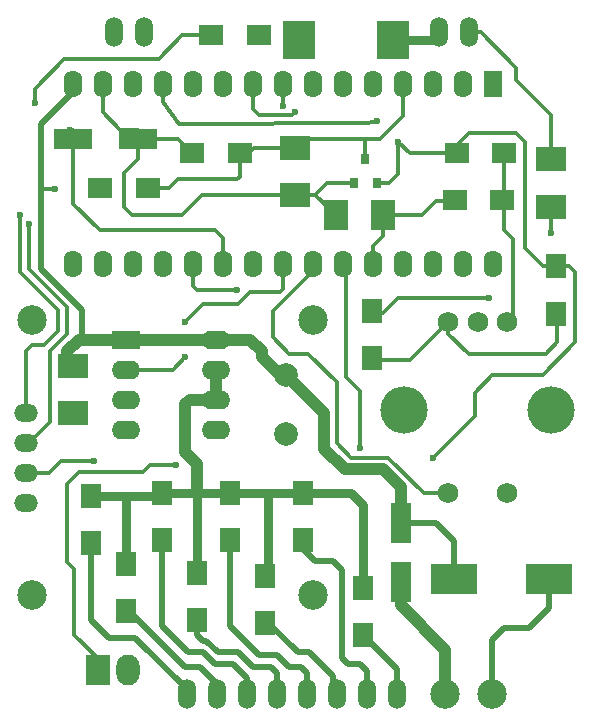
<source format=gbr>
G04 #@! TF.FileFunction,Copper,L1,Top,Signal*
%FSLAX46Y46*%
G04 Gerber Fmt 4.6, Leading zero omitted, Abs format (unit mm)*
G04 Created by KiCad (PCBNEW 4.0.4-stable) date 09/01/17 08:26:27*
%MOMM*%
%LPD*%
G01*
G04 APERTURE LIST*
%ADD10C,0.100000*%
%ADD11R,1.574800X2.286000*%
%ADD12O,1.574800X2.286000*%
%ADD13O,2.000000X1.524000*%
%ADD14C,2.500000*%
%ADD15C,2.000000*%
%ADD16R,2.400000X1.600000*%
%ADD17O,2.400000X1.600000*%
%ADD18O,1.520000X2.520000*%
%ADD19R,1.700000X2.000000*%
%ADD20C,2.499360*%
%ADD21R,2.500000X2.000000*%
%ADD22R,1.800000X3.500000*%
%ADD23R,3.300000X1.700000*%
%ADD24R,2.000000X2.500000*%
%ADD25C,1.750000*%
%ADD26O,4.000000X4.000000*%
%ADD27R,4.000000X2.500000*%
%ADD28R,0.800000X0.900000*%
%ADD29R,2.000000X2.600000*%
%ADD30O,2.000000X2.600000*%
%ADD31R,2.700000X3.200000*%
%ADD32R,2.000000X1.700000*%
%ADD33C,0.600000*%
%ADD34C,0.500000*%
%ADD35C,1.000000*%
%ADD36C,0.350000*%
%ADD37C,0.250000*%
%ADD38C,0.750000*%
G04 APERTURE END LIST*
D10*
D11*
X112050000Y-76380000D03*
D12*
X109510000Y-76380000D03*
X106970000Y-76380000D03*
X104430000Y-76380000D03*
X101890000Y-76380000D03*
X99350000Y-76380000D03*
X96810000Y-76380000D03*
X94270000Y-76380000D03*
X91730000Y-76380000D03*
X89190000Y-76380000D03*
X86650000Y-76380000D03*
X84110000Y-76380000D03*
X81570000Y-76380000D03*
X79030000Y-76380000D03*
X76490000Y-76380000D03*
X76490000Y-91620000D03*
X79030000Y-91620000D03*
X81570000Y-91620000D03*
X84110000Y-91620000D03*
X86650000Y-91620000D03*
X89190000Y-91620000D03*
X91730000Y-91620000D03*
X94270000Y-91620000D03*
X96810000Y-91620000D03*
X99350000Y-91620000D03*
X101890000Y-91620000D03*
X104430000Y-91620000D03*
X106970000Y-91620000D03*
X109510000Y-91620000D03*
X112050000Y-91620000D03*
D13*
X72500000Y-111810000D03*
X72500000Y-109270000D03*
X72500000Y-106730000D03*
X72500000Y-104190000D03*
D14*
X96800000Y-119650000D03*
X73000000Y-119650000D03*
X73000000Y-96350000D03*
X96800000Y-96350000D03*
D15*
X94500000Y-101000000D03*
X94500000Y-106000000D03*
D16*
X81000000Y-98000000D03*
D17*
X88620000Y-105620000D03*
X81000000Y-100540000D03*
X88620000Y-103080000D03*
X81000000Y-103080000D03*
X88620000Y-100540000D03*
X81000000Y-105620000D03*
X88620000Y-98000000D03*
D18*
X80000000Y-72000000D03*
X82540000Y-72000000D03*
X110000000Y-72000000D03*
X107460000Y-72000000D03*
D19*
X78000000Y-115250000D03*
X78000000Y-111250000D03*
X81000000Y-121000000D03*
X81000000Y-117000000D03*
X84000000Y-115000000D03*
X84000000Y-111000000D03*
X87000000Y-121750000D03*
X87000000Y-117750000D03*
X89750000Y-115000000D03*
X89750000Y-111000000D03*
X92750000Y-122000000D03*
X92750000Y-118000000D03*
X96000000Y-115000000D03*
X96000000Y-111000000D03*
X101000000Y-123000000D03*
X101000000Y-119000000D03*
D20*
X112000000Y-128000000D03*
X108000000Y-128000000D03*
D18*
X86100000Y-128000000D03*
X88640000Y-128000000D03*
X91180000Y-128000000D03*
X93720000Y-128000000D03*
X96260000Y-128000000D03*
X98800000Y-128000000D03*
X101340000Y-128000000D03*
X103880000Y-128000000D03*
D21*
X76500000Y-100250000D03*
X76500000Y-104250000D03*
D22*
X104250000Y-113500000D03*
X104250000Y-118500000D03*
D23*
X76500000Y-81000000D03*
X82000000Y-81000000D03*
D21*
X117000000Y-86750000D03*
X117000000Y-82750000D03*
D24*
X102750000Y-87500000D03*
X98750000Y-87500000D03*
D25*
X113250000Y-96500000D03*
X108250000Y-96500000D03*
X110750000Y-96500000D03*
X108250000Y-111000000D03*
X113250000Y-111000000D03*
D26*
X104550000Y-104000000D03*
X116950000Y-104000000D03*
D27*
X108750000Y-118250000D03*
X116750000Y-118250000D03*
D21*
X95250000Y-85750000D03*
X95250000Y-81750000D03*
D28*
X100300000Y-84750000D03*
X102200000Y-84750000D03*
X101250000Y-82750000D03*
D29*
X78600000Y-126000000D03*
D30*
X81140000Y-126000000D03*
D31*
X103550000Y-72600000D03*
X95650000Y-72600000D03*
D32*
X92200000Y-72200000D03*
X88200000Y-72200000D03*
X86600000Y-82200000D03*
X90600000Y-82200000D03*
X82800000Y-85200000D03*
X78800000Y-85200000D03*
X109000000Y-82200000D03*
X113000000Y-82200000D03*
X108800000Y-86200000D03*
X112800000Y-86200000D03*
D19*
X101800000Y-95600000D03*
X101800000Y-99600000D03*
X117400000Y-95800000D03*
X117400000Y-91800000D03*
D33*
X75000000Y-85250000D03*
X78750000Y-85250000D03*
X95000000Y-73600000D03*
X96000000Y-73600000D03*
X96000000Y-72600000D03*
X95000000Y-72600000D03*
X77250000Y-104250000D03*
X75750000Y-104250000D03*
X85200000Y-108600000D03*
X100800000Y-107200000D03*
X104000000Y-81250000D03*
X102250000Y-79500000D03*
X78250000Y-108250000D03*
X107000000Y-108000000D03*
X86000000Y-96500000D03*
X86000000Y-99500000D03*
X73250000Y-78000000D03*
X76250000Y-80250000D03*
X103750000Y-72600000D03*
X92400000Y-72200000D03*
X72750000Y-88250000D03*
X95250000Y-78750000D03*
X94250000Y-78250000D03*
X72000000Y-87500000D03*
X101800000Y-95400000D03*
X90400000Y-93800000D03*
X111750000Y-94500000D03*
X117000000Y-89000000D03*
D34*
X108750000Y-118250000D02*
X108750000Y-115050000D01*
X107200000Y-113500000D02*
X104250000Y-113500000D01*
X108750000Y-115050000D02*
X107200000Y-113500000D01*
X76490000Y-76380000D02*
X76490000Y-77010000D01*
X76490000Y-77010000D02*
X73750000Y-79750000D01*
X73750000Y-79750000D02*
X73750000Y-85250000D01*
X73750000Y-85250000D02*
X73750000Y-92000000D01*
X73750000Y-92000000D02*
X77250000Y-95500000D01*
X77250000Y-95500000D02*
X77250000Y-98000000D01*
D35*
X104250000Y-113500000D02*
X104250000Y-110500000D01*
X97750000Y-104250000D02*
X94500000Y-101000000D01*
X97750000Y-107250000D02*
X97750000Y-104250000D01*
X99500000Y-109000000D02*
X97750000Y-107250000D01*
X102750000Y-109000000D02*
X99500000Y-109000000D01*
X104250000Y-110500000D02*
X102750000Y-109000000D01*
X104500000Y-113250000D02*
X104250000Y-113500000D01*
X76000000Y-99000000D02*
X76000000Y-100250000D01*
X76000000Y-100500000D02*
X76000000Y-99000000D01*
X81000000Y-98000000D02*
X77250000Y-98000000D01*
X77250000Y-98000000D02*
X77000000Y-98000000D01*
X77000000Y-98000000D02*
X76000000Y-99000000D01*
X88620000Y-98000000D02*
X81000000Y-98000000D01*
X95000000Y-101000000D02*
X94000000Y-101000000D01*
X94000000Y-101000000D02*
X92500000Y-99500000D01*
X91500000Y-98000000D02*
X88620000Y-98000000D01*
X92500000Y-99000000D02*
X91500000Y-98000000D01*
X92500000Y-99500000D02*
X92500000Y-99000000D01*
D36*
X73750000Y-85250000D02*
X75000000Y-85250000D01*
D34*
X116750000Y-118250000D02*
X116750000Y-120750000D01*
X112000000Y-123400000D02*
X112000000Y-128000000D01*
X113000000Y-122400000D02*
X112000000Y-123400000D01*
X115100000Y-122400000D02*
X113000000Y-122400000D01*
X116750000Y-120750000D02*
X115100000Y-122400000D01*
D36*
X95250000Y-85750000D02*
X87450000Y-85750000D01*
X82000000Y-82700000D02*
X82000000Y-81000000D01*
X80800000Y-83900000D02*
X82000000Y-82700000D01*
X80800000Y-86800000D02*
X80800000Y-83900000D01*
X81500000Y-87500000D02*
X80800000Y-86800000D01*
X85700000Y-87500000D02*
X81500000Y-87500000D01*
X87450000Y-85750000D02*
X85700000Y-87500000D01*
X82000000Y-81000000D02*
X85400000Y-81000000D01*
X85400000Y-81000000D02*
X86600000Y-82200000D01*
D37*
X95000000Y-73600000D02*
X95950000Y-72600000D01*
X95950000Y-72600000D02*
X96000000Y-72600000D01*
X96000000Y-73600000D02*
X96050000Y-73550000D01*
X95000000Y-72600000D02*
X96000000Y-72600000D01*
D36*
X84000000Y-91510000D02*
X84110000Y-91620000D01*
X97000000Y-85750000D02*
X97500000Y-85250000D01*
X98000000Y-84750000D02*
X100300000Y-84750000D01*
X97500000Y-85250000D02*
X98000000Y-84750000D01*
X95250000Y-85750000D02*
X97000000Y-85750000D01*
X97000000Y-85750000D02*
X98750000Y-87500000D01*
X117000000Y-82750000D02*
X117000000Y-79000000D01*
X111000000Y-72000000D02*
X110000000Y-72000000D01*
X114000000Y-75000000D02*
X111000000Y-72000000D01*
X114000000Y-76000000D02*
X114000000Y-75000000D01*
X117000000Y-79000000D02*
X114000000Y-76000000D01*
X82000000Y-81500000D02*
X82000000Y-80250000D01*
X82000000Y-80250000D02*
X80500000Y-80250000D01*
X80500000Y-80250000D02*
X79030000Y-78780000D01*
X79030000Y-78780000D02*
X79030000Y-76380000D01*
D35*
X77250000Y-104250000D02*
X77200000Y-104200000D01*
X77200000Y-104200000D02*
X77050000Y-104200000D01*
D36*
X81000000Y-105620000D02*
X80880000Y-105620000D01*
D35*
X104250000Y-118500000D02*
X104250000Y-120500000D01*
X108000000Y-124250000D02*
X108000000Y-128000000D01*
X104250000Y-120500000D02*
X108000000Y-124250000D01*
D36*
X102750000Y-87500000D02*
X106000000Y-87500000D01*
X106000000Y-87500000D02*
X107250000Y-86250000D01*
X102750000Y-87500000D02*
X102750000Y-89250000D01*
X101890000Y-90110000D02*
X101890000Y-91620000D01*
X102750000Y-89250000D02*
X101890000Y-90110000D01*
X107250000Y-86250000D02*
X109000000Y-86250000D01*
X78600000Y-126000000D02*
X78600000Y-125000000D01*
X78600000Y-125000000D02*
X76600000Y-123000000D01*
X76600000Y-123000000D02*
X76600000Y-117400000D01*
X76600000Y-117400000D02*
X76000000Y-116800000D01*
X76000000Y-116800000D02*
X76000000Y-110200000D01*
X76000000Y-110200000D02*
X77000000Y-109200000D01*
X77000000Y-109200000D02*
X82400000Y-109200000D01*
X82400000Y-109200000D02*
X83000000Y-108600000D01*
X83000000Y-108600000D02*
X85200000Y-108600000D01*
X100800000Y-107200000D02*
X100800000Y-102400000D01*
X100800000Y-102400000D02*
X99600000Y-101200000D01*
X99600000Y-101200000D02*
X99600000Y-91870000D01*
X99600000Y-91870000D02*
X99350000Y-91620000D01*
X96810000Y-91620000D02*
X96810000Y-92190000D01*
X96810000Y-92190000D02*
X93400000Y-95600000D01*
X93400000Y-95600000D02*
X93400000Y-97800000D01*
X93400000Y-97800000D02*
X94800000Y-99200000D01*
X94800000Y-99200000D02*
X96400000Y-99200000D01*
X96400000Y-99200000D02*
X98800000Y-101600000D01*
X98800000Y-101600000D02*
X98800000Y-106800000D01*
X98800000Y-106800000D02*
X100000000Y-108000000D01*
X100000000Y-108000000D02*
X103200000Y-108000000D01*
X103200000Y-108000000D02*
X106200000Y-111000000D01*
X106200000Y-111000000D02*
X108250000Y-111000000D01*
X107500000Y-111000000D02*
X108250000Y-111000000D01*
X109000000Y-82250000D02*
X109000000Y-81500000D01*
X109000000Y-81500000D02*
X110000000Y-80500000D01*
X110000000Y-80500000D02*
X114000000Y-80500000D01*
X109000000Y-82250000D02*
X105000000Y-82250000D01*
X105000000Y-82250000D02*
X104000000Y-81250000D01*
X104000000Y-84000000D02*
X104000000Y-81250000D01*
X114000000Y-80500000D02*
X114750000Y-81250000D01*
X103250000Y-84750000D02*
X104000000Y-84000000D01*
X114750000Y-81250000D02*
X114750000Y-90250000D01*
X114750000Y-90250000D02*
X116250000Y-91750000D01*
X102250000Y-79500000D02*
X101500559Y-79706757D01*
X101500559Y-79706757D02*
X85500000Y-79750000D01*
X85500000Y-79750000D02*
X84110000Y-77860000D01*
X84110000Y-77860000D02*
X84110000Y-76380000D01*
X84110000Y-76380000D02*
X84110000Y-75610000D01*
X117500000Y-91750000D02*
X118500000Y-91750000D01*
X74480000Y-109270000D02*
X72500000Y-109270000D01*
X75500000Y-108250000D02*
X74480000Y-109270000D01*
X78250000Y-108250000D02*
X75500000Y-108250000D01*
X110500000Y-104500000D02*
X107000000Y-108000000D01*
X110500000Y-102500000D02*
X110500000Y-104500000D01*
X112000000Y-101000000D02*
X110500000Y-102500000D01*
X116250000Y-101000000D02*
X112000000Y-101000000D01*
X119000000Y-98250000D02*
X116250000Y-101000000D01*
X119000000Y-92250000D02*
X119000000Y-98250000D01*
X118500000Y-91750000D02*
X119000000Y-92250000D01*
X116250000Y-91750000D02*
X117500000Y-91750000D01*
X102200000Y-84750000D02*
X103250000Y-84750000D01*
D34*
X78000000Y-115250000D02*
X78000000Y-121750000D01*
X81750000Y-123250000D02*
X86100000Y-127600000D01*
X79500000Y-123250000D02*
X81750000Y-123250000D01*
X78000000Y-121750000D02*
X79500000Y-123250000D01*
X86100000Y-127600000D02*
X86100000Y-128000000D01*
X86100000Y-128000000D02*
X86100000Y-127600000D01*
X81000000Y-121000000D02*
X81250000Y-121000000D01*
X81250000Y-121000000D02*
X86000000Y-125750000D01*
X86000000Y-125750000D02*
X87250000Y-125750000D01*
X87250000Y-125750000D02*
X88640000Y-127140000D01*
X88640000Y-127140000D02*
X88640000Y-128000000D01*
X88640000Y-127140000D02*
X88640000Y-128000000D01*
X84000000Y-115000000D02*
X84000000Y-122250000D01*
X91180000Y-126680000D02*
X91180000Y-128000000D01*
X90000000Y-125500000D02*
X91180000Y-126680000D01*
X88500000Y-125500000D02*
X90000000Y-125500000D01*
X87500000Y-124500000D02*
X88500000Y-125500000D01*
X86250000Y-124500000D02*
X87500000Y-124500000D01*
X84000000Y-122250000D02*
X86250000Y-124500000D01*
X91180000Y-128000000D02*
X91180000Y-127180000D01*
X87000000Y-121750000D02*
X87000000Y-123000000D01*
X93720000Y-126220000D02*
X93720000Y-128000000D01*
X93250000Y-125750000D02*
X93720000Y-126220000D01*
X91750000Y-125750000D02*
X93250000Y-125750000D01*
X90500000Y-124500000D02*
X91750000Y-125750000D01*
X88750000Y-124500000D02*
X90500000Y-124500000D01*
X87750000Y-123500000D02*
X88750000Y-124500000D01*
X87500000Y-123500000D02*
X87750000Y-123500000D01*
X87000000Y-123000000D02*
X87500000Y-123500000D01*
X89750000Y-115000000D02*
X89750000Y-122250000D01*
X96260000Y-126249952D02*
X96260000Y-128000000D01*
X95760048Y-125750000D02*
X96260000Y-126249952D01*
X94750000Y-125750000D02*
X95760048Y-125750000D01*
X93750000Y-124750000D02*
X94750000Y-125750000D01*
X92250000Y-124750000D02*
X93750000Y-124750000D01*
X89750000Y-122250000D02*
X92250000Y-124750000D01*
X96260000Y-128000000D02*
X96260000Y-127260000D01*
X92750000Y-122000000D02*
X93000000Y-122000000D01*
X93000000Y-122000000D02*
X95500000Y-124500000D01*
X95500000Y-124500000D02*
X96500000Y-124500000D01*
X96500000Y-124500000D02*
X97750000Y-125750000D01*
X97750000Y-125750000D02*
X98500000Y-126500000D01*
X98500000Y-126500000D02*
X98500000Y-127700000D01*
X98500000Y-127700000D02*
X98800000Y-128000000D01*
X98800000Y-127800000D02*
X98800000Y-128000000D01*
X96000000Y-115000000D02*
X96000000Y-115750000D01*
X96000000Y-115750000D02*
X97000000Y-116750000D01*
X97000000Y-116750000D02*
X98500000Y-116750000D01*
X98500000Y-116750000D02*
X99250000Y-117500000D01*
X99250000Y-117500000D02*
X99250000Y-125000000D01*
X99250000Y-125000000D02*
X99750000Y-125500000D01*
X99750000Y-125500000D02*
X100750000Y-125500000D01*
X100750000Y-125500000D02*
X101340000Y-126090000D01*
X101340000Y-126090000D02*
X101340000Y-128000000D01*
X101340000Y-128000000D02*
X101340000Y-126840000D01*
X103880000Y-128000000D02*
X103880000Y-125880000D01*
X103880000Y-125880000D02*
X101000000Y-123000000D01*
D36*
X81000000Y-100540000D02*
X84960000Y-100540000D01*
X94270000Y-93730000D02*
X94270000Y-91620000D01*
X94000000Y-94000000D02*
X94270000Y-93730000D01*
X91500000Y-94000000D02*
X94000000Y-94000000D01*
X90500000Y-95000000D02*
X91500000Y-94000000D01*
X87500000Y-95000000D02*
X90500000Y-95000000D01*
X86000000Y-96500000D02*
X87500000Y-95000000D01*
X84960000Y-100540000D02*
X86000000Y-99500000D01*
D38*
X93000000Y-111000000D02*
X93000000Y-117750000D01*
X93000000Y-117750000D02*
X92750000Y-118000000D01*
X89750000Y-111000000D02*
X93000000Y-111000000D01*
X93000000Y-111000000D02*
X96000000Y-111000000D01*
X87000000Y-117750000D02*
X87000000Y-111000000D01*
D35*
X86500000Y-108000000D02*
X87000000Y-108500000D01*
X87000000Y-108500000D02*
X87000000Y-111000000D01*
D38*
X96000000Y-111000000D02*
X100000000Y-111000000D01*
X100000000Y-111000000D02*
X101000000Y-112000000D01*
X101000000Y-112000000D02*
X101000000Y-119000000D01*
X87000000Y-111000000D02*
X87000000Y-111250000D01*
X87000000Y-111250000D02*
X87000000Y-111000000D01*
X81000000Y-117000000D02*
X81000000Y-111250000D01*
X89750000Y-111000000D02*
X87000000Y-111000000D01*
X87000000Y-111000000D02*
X84000000Y-111000000D01*
X84000000Y-111000000D02*
X83750000Y-111250000D01*
X83750000Y-111250000D02*
X81000000Y-111250000D01*
X81000000Y-111250000D02*
X78000000Y-111250000D01*
X78250000Y-111000000D02*
X78000000Y-111250000D01*
D35*
X88620000Y-103080000D02*
X86420000Y-103080000D01*
X86500000Y-108000000D02*
X86500000Y-108000000D01*
X86000000Y-107500000D02*
X86500000Y-108000000D01*
X86000000Y-103500000D02*
X86000000Y-107500000D01*
X86420000Y-103080000D02*
X86000000Y-103500000D01*
X88620000Y-100540000D02*
X88620000Y-103080000D01*
X88620000Y-103080000D02*
X88540000Y-103000000D01*
D36*
X88250000Y-72250000D02*
X85750000Y-72250000D01*
X85750000Y-72250000D02*
X83750000Y-74250000D01*
X83750000Y-74250000D02*
X75750000Y-74250000D01*
X75750000Y-74250000D02*
X73250000Y-76750000D01*
X73250000Y-76750000D02*
X73250000Y-78000000D01*
X76500000Y-80250000D02*
X76500000Y-86500000D01*
X89190000Y-89440000D02*
X89190000Y-91620000D01*
X88500000Y-88750000D02*
X89190000Y-89440000D01*
X78750000Y-88750000D02*
X88500000Y-88750000D01*
X76500000Y-86500000D02*
X78750000Y-88750000D01*
X76250000Y-80250000D02*
X76500000Y-80250000D01*
D38*
X106860000Y-72600000D02*
X103750000Y-72600000D01*
D36*
X92400000Y-72200000D02*
X92350000Y-72250000D01*
X92350000Y-72250000D02*
X92250000Y-72250000D01*
X92600000Y-72600000D02*
X92250000Y-72250000D01*
X92250000Y-72250000D02*
X92500000Y-72250000D01*
D38*
X106860000Y-72600000D02*
X107460000Y-72000000D01*
D36*
X107210000Y-72250000D02*
X107460000Y-72000000D01*
X72500000Y-106730000D02*
X72770000Y-106730000D01*
X72770000Y-106730000D02*
X74500000Y-105000000D01*
X74500000Y-105000000D02*
X74500000Y-99000000D01*
X74500000Y-99000000D02*
X76000000Y-97500000D01*
X76000000Y-97500000D02*
X76000000Y-95250000D01*
X76000000Y-95250000D02*
X72750000Y-92000000D01*
X72750000Y-92000000D02*
X72750000Y-88250000D01*
X95250000Y-78750000D02*
X95000000Y-79000000D01*
X95000000Y-79000000D02*
X92250000Y-79000000D01*
X92250000Y-79000000D02*
X91730000Y-78480000D01*
X91730000Y-78480000D02*
X91730000Y-76380000D01*
X72500000Y-104190000D02*
X72500000Y-99000000D01*
X94270000Y-78230000D02*
X94270000Y-76380000D01*
X94250000Y-78250000D02*
X94270000Y-78230000D01*
X72000000Y-92250000D02*
X72000000Y-87500000D01*
X75250000Y-95500000D02*
X72000000Y-92250000D01*
X75250000Y-97250000D02*
X75250000Y-95500000D01*
X74000000Y-98500000D02*
X75250000Y-97250000D01*
X73000000Y-98500000D02*
X74000000Y-98500000D01*
X72500000Y-99000000D02*
X73000000Y-98500000D01*
X112000000Y-91670000D02*
X112050000Y-91620000D01*
X113000000Y-86250000D02*
X113000000Y-82250000D01*
X113750000Y-89500000D02*
X113750000Y-96000000D01*
X113750000Y-96000000D02*
X113250000Y-96500000D01*
X113000000Y-88750000D02*
X113750000Y-89500000D01*
X113000000Y-86250000D02*
X113000000Y-88750000D01*
X101750000Y-99750000D02*
X105000000Y-99750000D01*
X117500000Y-95750000D02*
X117500000Y-98250000D01*
X108250000Y-97500000D02*
X108250000Y-96500000D01*
X110000000Y-99250000D02*
X108250000Y-97500000D01*
X116500000Y-99250000D02*
X110000000Y-99250000D01*
X117500000Y-98250000D02*
X116500000Y-99250000D01*
X105000000Y-99750000D02*
X108250000Y-96500000D01*
X90600000Y-82200000D02*
X91400000Y-82200000D01*
X91400000Y-82200000D02*
X91850000Y-81750000D01*
X91850000Y-81750000D02*
X95250000Y-81750000D01*
X90600000Y-82200000D02*
X90600000Y-84200000D01*
X84600000Y-85200000D02*
X82800000Y-85200000D01*
X85400000Y-84400000D02*
X84600000Y-85200000D01*
X90400000Y-84400000D02*
X85400000Y-84400000D01*
X90600000Y-84200000D02*
X90400000Y-84400000D01*
X101250000Y-82750000D02*
X101250000Y-81000000D01*
X95250000Y-81000000D02*
X101250000Y-81000000D01*
X101250000Y-81000000D02*
X102500000Y-81000000D01*
X104430000Y-79070000D02*
X104430000Y-76380000D01*
X102500000Y-81000000D02*
X104430000Y-79070000D01*
X104430000Y-76380000D02*
X104430000Y-75570000D01*
X101800000Y-95400000D02*
X101750000Y-95450000D01*
X87000000Y-93800000D02*
X90400000Y-93800000D01*
X101750000Y-95450000D02*
X101750000Y-95750000D01*
X102750000Y-95750000D02*
X101750000Y-95750000D01*
X104000000Y-94500000D02*
X102750000Y-95750000D01*
X111750000Y-94500000D02*
X104000000Y-94500000D01*
X101750000Y-95750000D02*
X101250000Y-95750000D01*
X86650000Y-93450000D02*
X87000000Y-93800000D01*
X86650000Y-91620000D02*
X86650000Y-93450000D01*
X117000000Y-86750000D02*
X117000000Y-89000000D01*
M02*

</source>
